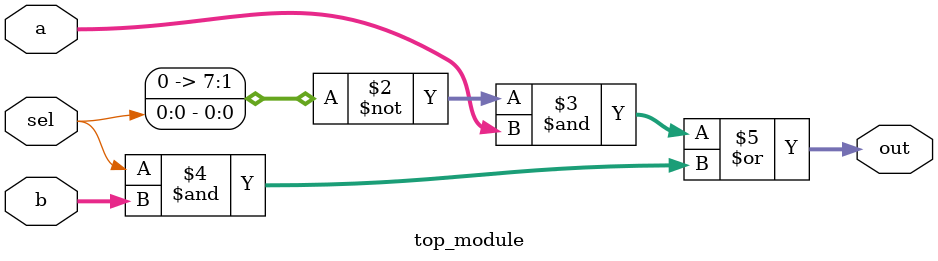
<source format=v>
/*
module top_module (
    input sel,
    input [7:0] a,
    input [7:0] b,
    output out  );

    assign out = (~sel & a) | (sel & b);

endmodule
*/
module top_module (
    input sel,
    input [7:0] a,
    input [7:0] b,
    output [7:0] out  );
    
    assign out = (~sel & a) | (sel & b);

endmodule

</source>
